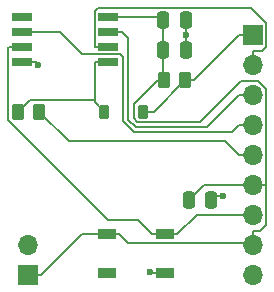
<source format=gbr>
%TF.GenerationSoftware,KiCad,Pcbnew,8.0.7*%
%TF.CreationDate,2025-01-21T12:24:59-05:00*%
%TF.ProjectId,TinyAFireController,54696e79-4146-4697-9265-436f6e74726f,rev?*%
%TF.SameCoordinates,Original*%
%TF.FileFunction,Copper,L1,Top*%
%TF.FilePolarity,Positive*%
%FSLAX46Y46*%
G04 Gerber Fmt 4.6, Leading zero omitted, Abs format (unit mm)*
G04 Created by KiCad (PCBNEW 8.0.7) date 2025-01-21 12:24:59*
%MOMM*%
%LPD*%
G01*
G04 APERTURE LIST*
G04 Aperture macros list*
%AMRoundRect*
0 Rectangle with rounded corners*
0 $1 Rounding radius*
0 $2 $3 $4 $5 $6 $7 $8 $9 X,Y pos of 4 corners*
0 Add a 4 corners polygon primitive as box body*
4,1,4,$2,$3,$4,$5,$6,$7,$8,$9,$2,$3,0*
0 Add four circle primitives for the rounded corners*
1,1,$1+$1,$2,$3*
1,1,$1+$1,$4,$5*
1,1,$1+$1,$6,$7*
1,1,$1+$1,$8,$9*
0 Add four rect primitives between the rounded corners*
20,1,$1+$1,$2,$3,$4,$5,0*
20,1,$1+$1,$4,$5,$6,$7,0*
20,1,$1+$1,$6,$7,$8,$9,0*
20,1,$1+$1,$8,$9,$2,$3,0*%
G04 Aperture macros list end*
%TA.AperFunction,ComponentPad*%
%ADD10R,1.700000X1.700000*%
%TD*%
%TA.AperFunction,ComponentPad*%
%ADD11O,1.700000X1.700000*%
%TD*%
%TA.AperFunction,SMDPad,CuDef*%
%ADD12R,1.500000X0.900000*%
%TD*%
%TA.AperFunction,SMDPad,CuDef*%
%ADD13RoundRect,0.250000X-0.262500X-0.450000X0.262500X-0.450000X0.262500X0.450000X-0.262500X0.450000X0*%
%TD*%
%TA.AperFunction,SMDPad,CuDef*%
%ADD14RoundRect,0.250000X-0.250000X-0.475000X0.250000X-0.475000X0.250000X0.475000X-0.250000X0.475000X0*%
%TD*%
%TA.AperFunction,SMDPad,CuDef*%
%ADD15RoundRect,0.225000X-0.225000X-0.375000X0.225000X-0.375000X0.225000X0.375000X-0.225000X0.375000X0*%
%TD*%
%TA.AperFunction,SMDPad,CuDef*%
%ADD16R,1.700000X0.650000*%
%TD*%
%TA.AperFunction,ViaPad*%
%ADD17C,0.600000*%
%TD*%
%TA.AperFunction,Conductor*%
%ADD18C,0.200000*%
%TD*%
G04 APERTURE END LIST*
D10*
%TO.P,J1,1,Pin_1*%
%TO.N,VCC*%
X137420000Y-113850000D03*
D11*
%TO.P,J1,2,Pin_2*%
%TO.N,GND*%
X137420000Y-111310000D03*
%TD*%
D12*
%TO.P,D3,1,VDD*%
%TO.N,VCC*%
X144130000Y-110420000D03*
%TO.P,D3,2,DOUT*%
%TO.N,unconnected-(D3-DOUT-Pad2)*%
X144130000Y-113720000D03*
%TO.P,D3,3,VSS*%
%TO.N,GND*%
X149030000Y-113720000D03*
%TO.P,D3,4,DIN*%
%TO.N,/DATA IN*%
X149030000Y-110420000D03*
%TD*%
D10*
%TO.P,J2,1,Pin_1*%
%TO.N,/{slash}FIRE_OUT*%
X156470000Y-93520000D03*
D11*
%TO.P,J2,2,Pin_2*%
%TO.N,/FIRE_BUTTON*%
X156470000Y-96060000D03*
%TO.P,J2,3,Pin_3*%
%TO.N,/DIG_RATE_SEL*%
X156470000Y-98600000D03*
%TO.P,J2,4,Pin_4*%
%TO.N,/ANA_RATE_IN (0-5V)*%
X156470000Y-101140000D03*
%TO.P,J2,5,Pin_5*%
%TO.N,/FIRE_LED-*%
X156470000Y-103680000D03*
%TO.P,J2,6,Pin_6*%
%TO.N,VCC*%
X156470000Y-106220000D03*
%TO.P,J2,7,Pin_7*%
%TO.N,/DATA IN*%
X156470000Y-108760000D03*
%TO.P,J2,8,Pin_8*%
%TO.N,VCC*%
X156470000Y-111300000D03*
%TO.P,J2,9,Pin_9*%
%TO.N,GND*%
X156470000Y-113840000D03*
%TD*%
D13*
%TO.P,R1,1*%
%TO.N,VCC*%
X148930000Y-97330000D03*
%TO.P,R1,2*%
%TO.N,/{slash}FIRE_OUT*%
X150755000Y-97330000D03*
%TD*%
D14*
%TO.P,C3,1*%
%TO.N,VCC*%
X148892500Y-94790000D03*
%TO.P,C3,2*%
%TO.N,GND*%
X150792500Y-94790000D03*
%TD*%
%TO.P,C2,1*%
%TO.N,VCC*%
X148892500Y-92250000D03*
%TO.P,C2,2*%
%TO.N,GND*%
X150792500Y-92250000D03*
%TD*%
D13*
%TO.P,R2,1*%
%TO.N,/ *%
X136562500Y-100015000D03*
%TO.P,R2,2*%
%TO.N,/FIRE_LED-*%
X138387500Y-100015000D03*
%TD*%
D14*
%TO.P,C1,1*%
%TO.N,VCC*%
X151075000Y-107490000D03*
%TO.P,C1,2*%
%TO.N,GND*%
X152975000Y-107490000D03*
%TD*%
D15*
%TO.P,D2,1,K*%
%TO.N,/ *%
X143860000Y-100010000D03*
%TO.P,D2,2,A*%
%TO.N,/{slash}FIRE_OUT*%
X147160000Y-100010000D03*
%TD*%
D16*
%TO.P,U1,1,PB5*%
%TO.N,unconnected-(U1-PB5-Pad1)*%
X136945000Y-92000000D03*
%TO.P,U1,2,PB3*%
%TO.N,/ANA_RATE_IN (0-5V)*%
X136945000Y-93270000D03*
%TO.P,U1,3,PB4*%
%TO.N,/DATA IN*%
X136945000Y-94540000D03*
%TO.P,U1,4,GND*%
%TO.N,GND*%
X136945000Y-95810000D03*
%TO.P,U1,5,AREF/PB0*%
%TO.N,/ *%
X144245000Y-95810000D03*
%TO.P,U1,6,PB1*%
%TO.N,/FIRE_BUTTON*%
X144245000Y-94540000D03*
%TO.P,U1,7,PB2/INT0/ADC1*%
%TO.N,/DIG_RATE_SEL*%
X144245000Y-93270000D03*
%TO.P,U1,8,VCC*%
%TO.N,VCC*%
X144245000Y-92000000D03*
%TD*%
D17*
%TO.N,GND*%
X153980700Y-107123200D03*
X147779500Y-113592700D03*
X150792500Y-93520000D03*
X138312000Y-96042600D03*
%TD*%
D18*
%TO.N,VCC*%
X157620100Y-109619900D02*
X157620100Y-106220000D01*
X144130000Y-110420000D02*
X145180100Y-110420000D01*
X156470000Y-106220000D02*
X157620100Y-106220000D01*
X146710600Y-100912400D02*
X146377200Y-100579000D01*
X148892500Y-97330000D02*
X148930000Y-97330000D01*
X148443600Y-97330000D02*
X148892500Y-97330000D01*
X156470000Y-111300000D02*
X156470000Y-111170200D01*
X148892500Y-94790000D02*
X148892500Y-97330000D01*
X156470000Y-106220000D02*
X152345000Y-106220000D01*
X156470000Y-110149900D02*
X157090100Y-110149900D01*
X156942500Y-97430000D02*
X155505600Y-97430000D01*
X146377200Y-100579000D02*
X146377200Y-99396400D01*
X157620100Y-106220000D02*
X157620100Y-98107600D01*
X144130000Y-110420000D02*
X142000100Y-110420000D01*
X148642500Y-92000000D02*
X148892500Y-92250000D01*
X152023200Y-100912400D02*
X146710600Y-100912400D01*
X148892500Y-92250000D02*
X148892500Y-94790000D01*
X157620100Y-98107600D02*
X156942500Y-97430000D01*
X142000100Y-110420000D02*
X138570100Y-113850000D01*
X157090100Y-110149900D02*
X157620100Y-109619900D01*
X137420000Y-113850000D02*
X138570100Y-113850000D01*
X156470000Y-111170200D02*
X145930300Y-111170200D01*
X155505600Y-97430000D02*
X152023200Y-100912400D01*
X145930300Y-111170200D02*
X145180100Y-110420000D01*
X152345000Y-106220000D02*
X151075000Y-107490000D01*
X156470000Y-111170200D02*
X156470000Y-110149900D01*
X146377200Y-99396400D02*
X148443600Y-97330000D01*
X144245000Y-92000000D02*
X148642500Y-92000000D01*
%TO.N,GND*%
X147779500Y-113592700D02*
X147852600Y-113592700D01*
X138312000Y-96042600D02*
X138095100Y-95825700D01*
X138095100Y-95825700D02*
X138095100Y-95810000D01*
X149030000Y-113720000D02*
X147979900Y-113720000D01*
X150792500Y-93520000D02*
X150792500Y-94790000D01*
X150792500Y-93520000D02*
X150792500Y-92250000D01*
X147852600Y-113592700D02*
X147979900Y-113720000D01*
X153341800Y-107123200D02*
X152975000Y-107490000D01*
X136945000Y-95810000D02*
X138095100Y-95810000D01*
X153980700Y-107123200D02*
X153341800Y-107123200D01*
%TO.N,/{slash}FIRE_OUT*%
X151509900Y-97330000D02*
X155319900Y-93520000D01*
X150755000Y-97330000D02*
X151509900Y-97330000D01*
X156470000Y-93520000D02*
X155319900Y-93520000D01*
X148075000Y-100010000D02*
X150755000Y-97330000D01*
X147160000Y-100010000D02*
X148075000Y-100010000D01*
%TO.N,/DATA IN*%
X135724500Y-100742400D02*
X144192100Y-109210000D01*
X149030000Y-110420000D02*
X150080100Y-110420000D01*
X135724500Y-94610400D02*
X135724500Y-100742400D01*
X146769900Y-109210000D02*
X147979900Y-110420000D01*
X156470000Y-108760000D02*
X151740100Y-108760000D01*
X136945000Y-94540000D02*
X135794900Y-94540000D01*
X147979900Y-110420000D02*
X149030000Y-110420000D01*
X144192100Y-109210000D02*
X146769900Y-109210000D01*
X151740100Y-108760000D02*
X150080100Y-110420000D01*
X135794900Y-94540000D02*
X135724500Y-94610400D01*
%TO.N,/FIRE_BUTTON*%
X143094900Y-91519500D02*
X143399500Y-91214900D01*
X144245000Y-94540000D02*
X143094900Y-94540000D01*
X156470000Y-96060000D02*
X156470000Y-94909900D01*
X156302600Y-91214900D02*
X157620200Y-92532500D01*
X143094900Y-94540000D02*
X143094900Y-91519500D01*
X143399500Y-91214900D02*
X156302600Y-91214900D01*
X157283300Y-94909900D02*
X156470000Y-94909900D01*
X157620200Y-94573000D02*
X157283300Y-94909900D01*
X157620200Y-92532500D02*
X157620200Y-94573000D01*
%TO.N,/DIG_RATE_SEL*%
X155319900Y-98600000D02*
X152607400Y-101312500D01*
X145951100Y-93826000D02*
X145395100Y-93270000D01*
X156470000Y-98600000D02*
X155319900Y-98600000D01*
X144245000Y-93270000D02*
X145395100Y-93270000D01*
X152607400Y-101312500D02*
X146545000Y-101312500D01*
X146545000Y-101312500D02*
X145951100Y-100718600D01*
X145951100Y-100718600D02*
X145951100Y-93826000D01*
%TO.N,/ANA_RATE_IN (0-5V)*%
X145465900Y-95430300D02*
X145465900Y-100799300D01*
X154747300Y-101712600D02*
X155319900Y-101140000D01*
X145200700Y-95165100D02*
X145465900Y-95430300D01*
X146379200Y-101712600D02*
X154747300Y-101712600D01*
X136945000Y-93270000D02*
X140148200Y-93270000D01*
X156470000Y-101140000D02*
X155319900Y-101140000D01*
X142043300Y-95165100D02*
X145200700Y-95165100D01*
X145465900Y-100799300D02*
X146379200Y-101712600D01*
X140148200Y-93270000D02*
X142043300Y-95165100D01*
%TO.N,/FIRE_LED-*%
X154139900Y-102500000D02*
X155319900Y-103680000D01*
X138387500Y-100015000D02*
X140872500Y-102500000D01*
X140872500Y-102500000D02*
X154139900Y-102500000D01*
X155319900Y-103680000D02*
X156470000Y-103680000D01*
%TO.N,/ *%
X143094900Y-99001700D02*
X143094900Y-99244900D01*
X144245000Y-95810000D02*
X143094900Y-95810000D01*
X143094900Y-95810000D02*
X143094900Y-99001700D01*
X136562500Y-100015000D02*
X137575800Y-99001700D01*
X137575800Y-99001700D02*
X143094900Y-99001700D01*
X143094900Y-99244900D02*
X143860000Y-100010000D01*
%TD*%
M02*

</source>
